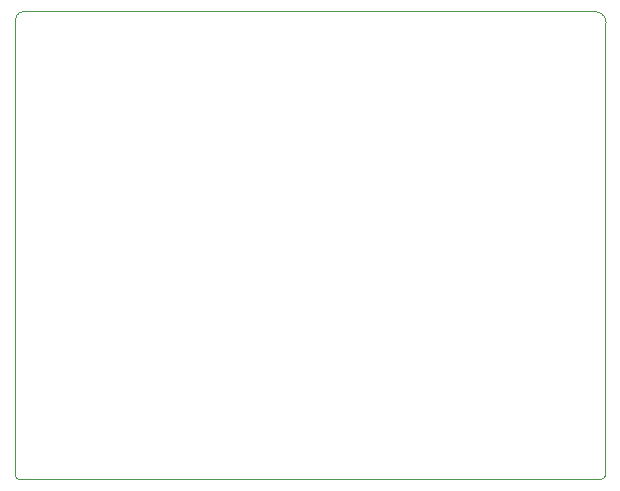
<source format=gbp>
G75*
G70*
%OFA0B0*%
%FSLAX24Y24*%
%IPPOS*%
%LPD*%
%AMOC8*
5,1,8,0,0,1.08239X$1,22.5*
%
%ADD10C,0.0000*%
D10*
X002429Y003185D02*
X021676Y003185D01*
X021677Y003184D02*
X021706Y003181D01*
X021735Y003182D01*
X021764Y003186D01*
X021792Y003193D01*
X021820Y003204D01*
X021845Y003218D01*
X021869Y003235D01*
X021891Y003255D01*
X021910Y003278D01*
X021926Y003302D01*
X021939Y003328D01*
X021949Y003356D01*
X021956Y003385D01*
X021955Y003385D02*
X021955Y018380D01*
X021955Y018381D02*
X021957Y018416D01*
X021956Y018451D01*
X021951Y018486D01*
X021943Y018521D01*
X021931Y018554D01*
X021916Y018586D01*
X021899Y018617D01*
X021878Y018645D01*
X021854Y018672D01*
X021829Y018696D01*
X021800Y018717D01*
X021770Y018736D01*
X021739Y018751D01*
X021705Y018763D01*
X021671Y018772D01*
X021636Y018778D01*
X021637Y018777D02*
X002497Y018777D01*
X002467Y018769D01*
X002438Y018757D01*
X002410Y018743D01*
X002385Y018725D01*
X002361Y018705D01*
X002340Y018682D01*
X002321Y018658D01*
X002305Y018631D01*
X002292Y018603D01*
X002283Y018573D01*
X002276Y018543D01*
X002273Y018512D01*
X002274Y018481D01*
X002277Y018450D01*
X002268Y003394D01*
X002266Y003370D01*
X002267Y003345D01*
X002272Y003321D01*
X002279Y003298D01*
X002290Y003276D01*
X002304Y003255D01*
X002320Y003237D01*
X002338Y003221D01*
X002359Y003207D01*
X002381Y003197D01*
X002404Y003189D01*
X002428Y003185D01*
M02*

</source>
